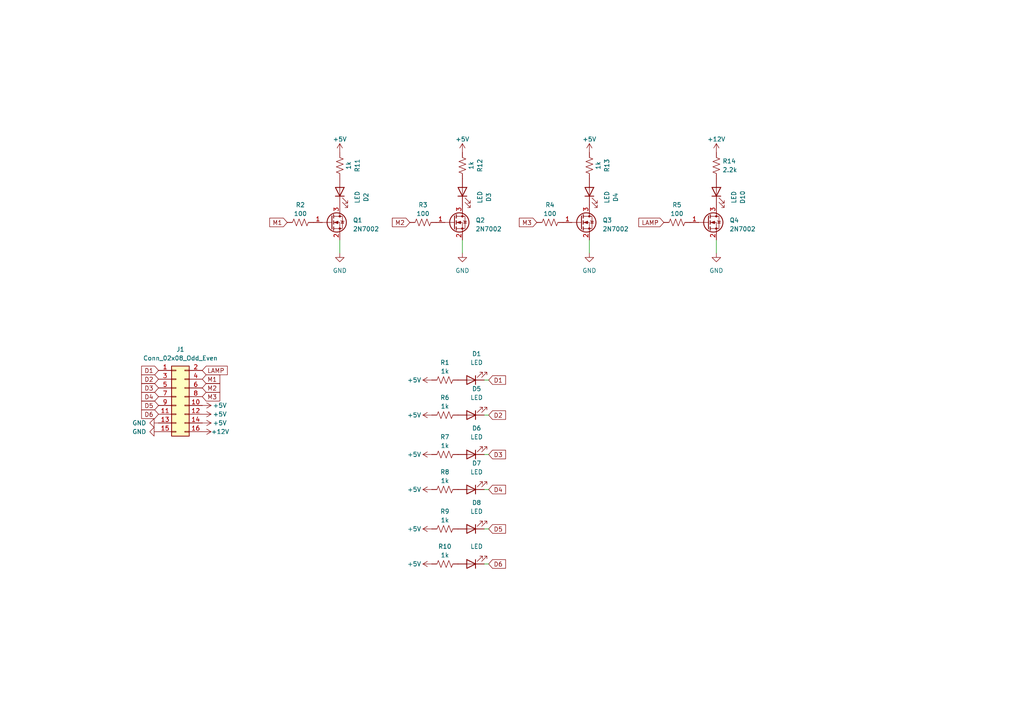
<source format=kicad_sch>
(kicad_sch (version 20230121) (generator eeschema)
  (paper "A4")
  (lib_symbols
    (symbol "4ms_Power:GND" (power) (pin_names (offset 0))
      (property "Value" "GND" (at 0 -3.81 0))
      (symbol "GND_0_1"
        (polyline (pts (xy 0 0) (xy 0 -1.27) (xy 1.27 -1.27) (xy 0 -2.54) (xy -1.27 -1.27) (xy 0 -1.27)))
      )
      (symbol "GND_1_1"
        (pin power_in line (at 0 0 270) (length 0) hide (name "GND") (number "1"))
      )
    )
    (symbol "Connector_Generic:Conn_02x08_Odd_Even" (pin_names (offset 1.016) hide)
      (property "Reference" "J" (at 1.27 10.16 0))
      (property "Value" "Conn_02x08_Odd_Even" (at 1.27 -12.7 0))
      (symbol "Conn_02x08_Odd_Even_1_1"
        (rectangle (start -1.27 -10.033) (end 0 -10.287) (stroke (width 0.1524)))
        (rectangle (start -1.27 -7.493) (end 0 -7.747) (stroke (width 0.1524)))
        (rectangle (start -1.27 -4.953) (end 0 -5.207) (stroke (width 0.1524)))
        (rectangle (start -1.27 -2.413) (end 0 -2.667) (stroke (width 0.1524)))
        (rectangle (start -1.27 0.127) (end 0 -0.127) (stroke (width 0.1524)))
        (rectangle (start -1.27 2.667) (end 0 2.413) (stroke (width 0.1524)))
        (rectangle (start -1.27 5.207) (end 0 4.953) (stroke (width 0.1524)))
        (rectangle (start -1.27 7.747) (end 0 7.493) (stroke (width 0.1524)))
        (rectangle (start -1.27 8.89) (end 3.81 -11.43) (stroke (width 0.254)) (fill (type background)))
        (rectangle (start 3.81 -10.033) (end 2.54 -10.287) (stroke (width 0.1524)))
        (rectangle (start 3.81 -7.493) (end 2.54 -7.747) (stroke (width 0.1524)))
        (rectangle (start 3.81 -4.953) (end 2.54 -5.207) (stroke (width 0.1524)))
        (rectangle (start 3.81 -2.413) (end 2.54 -2.667) (stroke (width 0.1524)))
        (rectangle (start 3.81 0.127) (end 2.54 -0.127) (stroke (width 0.1524)))
        (rectangle (start 3.81 2.667) (end 2.54 2.413) (stroke (width 0.1524)))
        (rectangle (start 3.81 5.207) (end 2.54 4.953) (stroke (width 0.1524)))
        (rectangle (start 3.81 7.747) (end 2.54 7.493) (stroke (width 0.1524)))
        (pin passive line (at -5.08 7.62 0) (length 3.81) (name "Pin_1") (number "1"))
        (pin passive line (at 7.62 -2.54 180) (length 3.81) (name "Pin_10") (number "10"))
        (pin passive line (at -5.08 -5.08 0) (length 3.81) (name "Pin_11") (number "11"))
        (pin passive line (at 7.62 -5.08 180) (length 3.81) (name "Pin_12") (number "12"))
        (pin passive line (at -5.08 -7.62 0) (length 3.81) (name "Pin_13") (number "13"))
        (pin passive line (at 7.62 -7.62 180) (length 3.81) (name "Pin_14") (number "14"))
        (pin passive line (at -5.08 -10.16 0) (length 3.81) (name "Pin_15") (number "15"))
        (pin passive line (at 7.62 -10.16 180) (length 3.81) (name "Pin_16") (number "16"))
        (pin passive line (at 7.62 7.62 180) (length 3.81) (name "Pin_2") (number "2"))
        (pin passive line (at -5.08 5.08 0) (length 3.81) (name "Pin_3") (number "3"))
        (pin passive line (at 7.62 5.08 180) (length 3.81) (name "Pin_4") (number "4"))
        (pin passive line (at -5.08 2.54 0) (length 3.81) (name "Pin_5") (number "5"))
        (pin passive line (at 7.62 2.54 180) (length 3.81) (name "Pin_6") (number "6"))
        (pin passive line (at -5.08 0 0) (length 3.81) (name "Pin_7") (number "7"))
        (pin passive line (at 7.62 0 180) (length 3.81) (name "Pin_8") (number "8"))
        (pin passive line (at -5.08 -2.54 0) (length 3.81) (name "Pin_9") (number "9"))
      )
    )
    (symbol "Device:LED" (pin_numbers hide) (pin_names (offset 1.016) hide)
      (property "Reference" "D" (at 0 2.54 0))
      (property "Value" "LED" (at 0 -2.54 0))
      (symbol "LED_0_1"
        (polyline (pts (xy -1.27 -1.27) (xy -1.27 1.27)) (stroke (width 0.254)))
        (polyline (pts (xy -1.27 0) (xy 1.27 0)))
        (polyline (pts (xy 1.27 -1.27) (xy 1.27 1.27) (xy -1.27 0) (xy 1.27 -1.27)) (stroke (width 0.254)))
        (polyline (pts (xy -3.048 -0.762) (xy -4.572 -2.286) (xy -3.81 -2.286) (xy -4.572 -2.286) (xy -4.572 -1.524)))
        (polyline (pts (xy -1.778 -0.762) (xy -3.302 -2.286) (xy -2.54 -2.286) (xy -3.302 -2.286) (xy -3.302 -1.524)))
      )
      (symbol "LED_1_1"
        (pin passive line (at -3.81 0 0) (length 2.54) (name "K") (number "1"))
        (pin passive line (at 3.81 0 180) (length 2.54) (name "A") (number "2"))
      )
    )
    (symbol "Device:R_US" (pin_numbers hide) (pin_names (offset 0))
      (property "Reference" "R" (at 2.54 0 90))
      (property "Value" "R_US" (at -2.54 0 90))
      (symbol "R_US_0_1"
        (polyline (pts (xy 0 -2.286) (xy 0 -2.54)))
        (polyline (pts (xy 0 2.286) (xy 0 2.54)))
        (polyline (pts (xy 0 -0.762) (xy 1.016 -1.143) (xy 0 -1.524) (xy -1.016 -1.905) (xy 0 -2.286)))
        (polyline (pts (xy 0 0.762) (xy 1.016 0.381) (xy 0 0) (xy -1.016 -0.381) (xy 0 -0.762)))
        (polyline (pts (xy 0 2.286) (xy 1.016 1.905) (xy 0 1.524) (xy -1.016 1.143) (xy 0 0.762)))
      )
      (symbol "R_US_1_1"
        (pin passive line (at 0 3.81 270) (length 1.27) (name "~") (number "1"))
        (pin passive line (at 0 -3.81 90) (length 1.27) (name "~") (number "2"))
      )
    )
    (symbol "Transistor_FET:2N7002" (pin_names hide)
      (property "Reference" "Q" (at 5.08 1.905 0))
      (property "Value" "2N7002" (at 5.08 0 0))
      (symbol "2N7002_0_1"
        (polyline (pts (xy 0.254 0) (xy -2.54 0)))
        (polyline (pts (xy 0.254 1.905) (xy 0.254 -1.905)) (stroke (width 0.254)))
        (polyline (pts (xy 0.762 -1.27) (xy 0.762 -2.286)) (stroke (width 0.254)))
        (polyline (pts (xy 0.762 0.508) (xy 0.762 -0.508)) (stroke (width 0.254)))
        (polyline (pts (xy 0.762 2.286) (xy 0.762 1.27)) (stroke (width 0.254)))
        (polyline (pts (xy 2.54 2.54) (xy 2.54 1.778)))
        (polyline (pts (xy 2.54 -2.54) (xy 2.54 0) (xy 0.762 0)))
        (polyline (pts (xy 0.762 -1.778) (xy 3.302 -1.778) (xy 3.302 1.778) (xy 0.762 1.778)))
        (polyline (pts (xy 1.016 0) (xy 2.032 0.381) (xy 2.032 -0.381) (xy 1.016 0)) (fill (type outline)))
        (polyline (pts (xy 2.794 0.508) (xy 2.921 0.381) (xy 3.683 0.381) (xy 3.81 0.254)))
        (polyline (pts (xy 3.302 0.381) (xy 2.921 -0.254) (xy 3.683 -0.254) (xy 3.302 0.381)))
        (circle (center 1.651 0) (radius 2.794) (stroke (width 0.254)))
        (circle (center 2.54 -1.778) (radius 0.254) (fill (type outline)))
        (circle (center 2.54 1.778) (radius 0.254) (fill (type outline)))
      )
      (symbol "2N7002_1_1"
        (pin input line (at -5.08 0 0) (length 2.54) (name "G") (number "1"))
        (pin passive line (at 2.54 -5.08 90) (length 2.54) (name "S") (number "2"))
        (pin passive line (at 2.54 5.08 270) (length 2.54) (name "D") (number "3"))
      )
    )
    (symbol "power:+12V" (power) (pin_names (offset 0))
      (property "Value" "+12V" (at 0 3.556 0))
      (symbol "+12V_0_1"
        (polyline (pts (xy -0.762 1.27) (xy 0 2.54)))
        (polyline (pts (xy 0 0) (xy 0 2.54)))
        (polyline (pts (xy 0 2.54) (xy 0.762 1.27)))
      )
      (symbol "+12V_1_1"
        (pin power_in line (at 0 0 90) (length 0) hide (name "+12V") (number "1"))
      )
    )
    (symbol "power:+5V" (power) (pin_names (offset 0))
      (property "Value" "+5V" (at 0 3.556 0))
      (symbol "+5V_0_1"
        (polyline (pts (xy -0.762 1.27) (xy 0 2.54)))
        (polyline (pts (xy 0 0) (xy 0 2.54)))
        (polyline (pts (xy 0 2.54) (xy 0.762 1.27)))
      )
      (symbol "+5V_1_1"
        (pin power_in line (at 0 0 90) (length 0) hide (name "+5V") (number "1"))
      )
    )
    (symbol "power:GND" (power) (pin_names (offset 0))
      (property "Value" "GND" (at 0 -3.81 0))
      (symbol "GND_0_1"
        (polyline (pts (xy 0 0) (xy 0 -1.27) (xy 1.27 -1.27) (xy 0 -2.54) (xy -1.27 -1.27) (xy 0 -1.27)))
      )
      (symbol "GND_1_1"
        (pin power_in line (at 0 0 270) (length 0) hide (name "GND") (number "1"))
      )
    )
  )
  (wire (pts (xy 98.552 69.596) (xy 98.552 73.406)))
  (wire (pts (xy 141.732 141.986) (xy 140.462 141.986)))
  (wire (pts (xy 141.732 153.416) (xy 140.462 153.416)))
  (wire (pts (xy 141.732 131.826) (xy 140.462 131.826)))
  (wire (pts (xy 134.112 69.596) (xy 134.112 73.406)))
  (wire (pts (xy 141.732 163.576) (xy 140.462 163.576)))
  (wire (pts (xy 141.732 110.236) (xy 140.462 110.236)))
  (wire (pts (xy 170.942 69.596) (xy 170.942 73.406)))
  (wire (pts (xy 141.732 120.396) (xy 140.462 120.396)))
  (wire (pts (xy 207.772 69.596) (xy 207.772 73.406)))
  (global_label "D3" (shape input) (at 45.974 112.522 180) (property "Intersheetrefs" "${INTERSHEET_REFS}" (effects hide)))
  (global_label "D1" (shape input) (at 45.974 107.442 180) (property "Intersheetrefs" "${INTERSHEET_REFS}" (effects hide)))
  (global_label "D2" (shape input) (at 141.732 120.396 0) (property "Intersheetrefs" "${INTERSHEET_REFS}" (effects hide)))
  (global_label "M1" (shape input) (at 83.312 64.516 180) (property "Intersheetrefs" "${INTERSHEET_REFS}" (effects hide)))
  (global_label "D2" (shape input) (at 45.974 109.982 180) (property "Intersheetrefs" "${INTERSHEET_REFS}" (effects hide)))
  (global_label "D1" (shape input) (at 141.732 110.236 0) (property "Intersheetrefs" "${INTERSHEET_REFS}" (effects hide)))
  (global_label "M3" (shape input) (at 58.674 115.062 0) (property "Intersheetrefs" "${INTERSHEET_REFS}" (effects hide)))
  (global_label "M2" (shape input) (at 118.872 64.516 180) (property "Intersheetrefs" "${INTERSHEET_REFS}" (effects hide)))
  (global_label "D4" (shape input) (at 45.974 115.062 180) (property "Intersheetrefs" "${INTERSHEET_REFS}" (effects hide)))
  (global_label "D6" (shape input) (at 45.974 120.142 180) (property "Intersheetrefs" "${INTERSHEET_REFS}" (effects hide)))
  (global_label "D4" (shape input) (at 141.732 141.986 0) (property "Intersheetrefs" "${INTERSHEET_REFS}" (effects hide)))
  (global_label "D5" (shape input) (at 45.974 117.602 180) (property "Intersheetrefs" "${INTERSHEET_REFS}" (effects hide)))
  (global_label "LAMP" (shape input) (at 192.532 64.516 180) (property "Intersheetrefs" "${INTERSHEET_REFS}" (effects hide)))
  (global_label "LAMP" (shape input) (at 58.674 107.442 0) (property "Intersheetrefs" "${INTERSHEET_REFS}" (effects hide)))
  (global_label "D3" (shape input) (at 141.732 131.826 0) (property "Intersheetrefs" "${INTERSHEET_REFS}" (effects hide)))
  (global_label "D6" (shape input) (at 141.732 163.576 0) (property "Intersheetrefs" "${INTERSHEET_REFS}" (effects hide)))
  (global_label "M2" (shape input) (at 58.674 112.522 0) (property "Intersheetrefs" "${INTERSHEET_REFS}" (effects hide)))
  (global_label "M3" (shape input) (at 155.702 64.516 180) (property "Intersheetrefs" "${INTERSHEET_REFS}" (effects hide)))
  (global_label "M1" (shape input) (at 58.674 109.982 0) (property "Intersheetrefs" "${INTERSHEET_REFS}" (effects hide)))
  (global_label "D5" (shape input) (at 141.732 153.416 0) (property "Intersheetrefs" "${INTERSHEET_REFS}" (effects hide)))
  (symbol (lib_id "Device:R_US") (at 122.682 64.516 90) (unit 1)
    (property "Reference" "R3" (at 122.682 59.436 90))
    (property "Value" "100" (at 122.682 61.976 90))
    (property "Footprint" "Resistor_SMD:R_0603_1608Metric" (effects hide))
  )
  (symbol (lib_id "Device:LED") (at 207.772 55.626 90) (unit 1)
    (property "Reference" "D10" (at 215.392 57.2135 0))
    (property "Value" "LED" (at 212.852 57.2135 0))
    (property "Footprint" "LED_SMD:LED_0603_1608Metric" (effects hide))
  )
  (symbol (lib_id "Connector_Generic:Conn_02x08_Odd_Even") (at 51.054 115.062 0) (unit 1)
    (property "Reference" "J1" (at 52.324 101.346 0))
    (property "Value" "Conn_02x08_Odd_Even" (at 52.324 103.886 0))
    (property "Footprint" "Connector_PinSocket_2.54mm:PinSocket_2x08_P2.54mm_Vertical_SMD" (effects hide))
  )
  (symbol (lib_id "power:+5V") (at 125.222 163.576 90) (unit 1)
    (property "Reference" "#PWR020" (effects hide))
    (property "Value" "+5V" (at 120.142 163.576 90))
  )
  (symbol (lib_id "power:+5V") (at 125.222 141.986 90) (unit 1)
    (property "Reference" "#PWR018" (effects hide))
    (property "Value" "+5V" (at 120.142 141.986 90))
  )
  (symbol (lib_id "Device:LED") (at 170.942 55.626 90) (unit 1)
    (property "Reference" "D4" (at 178.562 57.2135 0))
    (property "Value" "LED" (at 176.022 57.2135 0))
    (property "Footprint" "LED_SMD:LED_0603_1608Metric" (effects hide))
  )
  (symbol (lib_id "Transistor_FET:2N7002") (at 168.402 64.516 0) (unit 1)
    (property "Reference" "Q3" (at 174.752 63.881 0) (effects (justify left)))
    (property "Value" "2N7002" (at 174.752 66.421 0) (effects (justify left)))
    (property "Footprint" "Package_TO_SOT_SMD:SOT-23" (effects hide))
    (property "Datasheet" "https://www.onsemi.com/pub/Collateral/NDS7002A-D.PDF" (effects hide))
  )
  (symbol (lib_id "power:+5V") (at 125.222 153.416 90) (unit 1)
    (property "Reference" "#PWR019" (effects hide))
    (property "Value" "+5V" (at 120.142 153.416 90))
  )
  (symbol (lib_id "power:GND") (at 207.772 73.406 0) (unit 1)
    (property "Reference" "#PWR08" (effects hide))
    (property "Value" "GND" (at 207.772 78.486 0))
  )
  (symbol (lib_id "Device:R_US") (at 159.512 64.516 90) (unit 1)
    (property "Reference" "R4" (at 159.512 59.436 90))
    (property "Value" "100" (at 159.512 61.976 90))
    (property "Footprint" "Resistor_SMD:R_0603_1608Metric" (effects hide))
  )
  (symbol (lib_id "power:GND") (at 134.112 73.406 0) (unit 1)
    (property "Reference" "#PWR06" (effects hide))
    (property "Value" "GND" (at 134.112 78.486 0))
  )
  (symbol (lib_id "Device:LED") (at 136.652 131.826 180) (unit 1)
    (property "Reference" "D6" (at 138.2395 124.206 0))
    (property "Value" "LED" (at 138.2395 126.746 0))
    (property "Footprint" "LED_SMD:LED_0603_1608Metric" (effects hide))
  )
  (symbol (lib_id "power:+5V") (at 170.942 44.196 0) (unit 1)
    (property "Reference" "#PWR03" (effects hide))
    (property "Value" "+5V" (at 170.942 40.386 0))
  )
  (symbol (lib_id "Device:R_US") (at 129.032 131.826 90) (unit 1)
    (property "Reference" "R7" (at 129.032 126.746 90))
    (property "Value" "1k" (at 129.032 129.286 90))
    (property "Footprint" "Resistor_SMD:R_0603_1608Metric" (effects hide))
  )
  (symbol (lib_id "power:+12V") (at 58.674 125.222 270) (unit 1)
    (property "Reference" "#PWR014" (effects hide))
    (property "Value" "+12V" (at 61.214 125.222 90) (effects (justify left)))
  )
  (symbol (lib_id "Device:R_US") (at 129.032 110.236 90) (unit 1)
    (property "Reference" "R1" (at 129.032 105.156 90))
    (property "Value" "1k" (at 129.032 107.696 90))
    (property "Footprint" "Resistor_SMD:R_0603_1608Metric" (effects hide))
  )
  (symbol (lib_id "Device:LED") (at 136.652 141.986 180) (unit 1)
    (property "Reference" "D7" (at 138.2395 134.366 0))
    (property "Value" "LED" (at 138.2395 136.906 0))
    (property "Footprint" "LED_SMD:LED_0603_1608Metric" (effects hide))
  )
  (symbol (lib_id "Device:R_US") (at 98.552 48.006 0) (unit 1)
    (property "Reference" "R11" (at 103.632 48.006 90))
    (property "Value" "1k" (at 101.092 48.006 90))
    (property "Footprint" "Resistor_SMD:R_0603_1608Metric" (effects hide))
  )
  (symbol (lib_id "Device:LED") (at 136.652 153.416 180) (unit 1)
    (property "Reference" "D8" (at 138.2395 145.796 0))
    (property "Value" "LED" (at 138.2395 148.336 0))
    (property "Footprint" "LED_SMD:LED_0603_1608Metric" (effects hide))
  )
  (symbol (lib_id "Device:LED") (at 134.112 55.626 90) (unit 1)
    (property "Reference" "D3" (at 141.732 57.2135 0))
    (property "Value" "LED" (at 139.192 57.2135 0))
    (property "Footprint" "LED_SMD:LED_0603_1608Metric" (effects hide))
  )
  (symbol (lib_id "Device:R_US") (at 129.032 163.576 90) (unit 1)
    (property "Reference" "R10" (at 129.032 158.496 90))
    (property "Value" "1k" (at 129.032 161.036 90))
    (property "Footprint" "Resistor_SMD:R_0603_1608Metric" (effects hide))
  )
  (symbol (lib_id "Device:R_US") (at 129.032 120.396 90) (unit 1)
    (property "Reference" "R6" (at 129.032 115.316 90))
    (property "Value" "1k" (at 129.032 117.856 90))
    (property "Footprint" "Resistor_SMD:R_0603_1608Metric" (effects hide))
  )
  (symbol (lib_id "Transistor_FET:2N7002") (at 96.012 64.516 0) (unit 1)
    (property "Reference" "Q1" (at 102.362 63.881 0) (effects (justify left)))
    (property "Value" "2N7002" (at 102.362 66.421 0) (effects (justify left)))
    (property "Footprint" "Package_TO_SOT_SMD:SOT-23" (effects hide))
    (property "Datasheet" "https://www.onsemi.com/pub/Collateral/NDS7002A-D.PDF" (effects hide))
  )
  (symbol (lib_id "Device:LED") (at 98.552 55.626 90) (unit 1)
    (property "Reference" "D2" (at 106.172 57.2135 0))
    (property "Value" "LED" (at 103.632 57.2135 0))
    (property "Footprint" "LED_SMD:LED_0603_1608Metric" (effects hide))
  )
  (symbol (lib_id "Device:R_US") (at 207.772 48.006 0) (unit 1)
    (property "Reference" "R14" (at 209.55 46.736 0) (effects (justify left)))
    (property "Value" "2.2k" (at 209.55 49.276 0) (effects (justify left)))
    (property "Footprint" "Resistor_SMD:R_0603_1608Metric" (effects hide))
  )
  (symbol (lib_id "power:+5V") (at 98.552 44.196 0) (unit 1)
    (property "Reference" "#PWR01" (effects hide))
    (property "Value" "+5V" (at 98.552 40.386 0))
  )
  (symbol (lib_id "power:+5V") (at 58.674 122.682 270) (unit 1)
    (property "Reference" "#PWR012" (effects hide))
    (property "Value" "+5V" (at 63.754 122.682 90))
  )
  (symbol (lib_id "power:+5V") (at 125.222 120.396 90) (unit 1)
    (property "Reference" "#PWR016" (effects hide))
    (property "Value" "+5V" (at 120.142 120.396 90))
  )
  (symbol (lib_id "power:+5V") (at 125.222 110.236 90) (unit 1)
    (property "Reference" "#PWR015" (effects hide))
    (property "Value" "+5V" (at 120.142 110.236 90))
  )
  (symbol (lib_id "Device:LED") (at 136.652 110.236 180) (unit 1)
    (property "Reference" "D1" (at 138.2395 102.616 0))
    (property "Value" "LED" (at 138.2395 105.156 0))
    (property "Footprint" "LED_SMD:LED_0603_1608Metric" (effects hide))
  )
  (symbol (lib_id "Device:R_US") (at 129.032 141.986 90) (unit 1)
    (property "Reference" "R8" (at 129.032 136.906 90))
    (property "Value" "1k" (at 129.032 139.446 90))
    (property "Footprint" "Resistor_SMD:R_0603_1608Metric" (effects hide))
  )
  (symbol (lib_id "4ms_Power:GND") (at 45.974 125.222 270) (unit 1)
    (property "Reference" "#PWR013" (effects hide))
    (property "Value" "GND" (at 38.354 125.222 90) (effects (justify left)))
  )
  (symbol (lib_id "Device:R_US") (at 87.122 64.516 90) (unit 1)
    (property "Reference" "R2" (at 87.122 59.436 90))
    (property "Value" "100" (at 87.122 61.976 90))
    (property "Footprint" "Resistor_SMD:R_0603_1608Metric" (effects hide))
  )
  (symbol (lib_id "power:GND") (at 98.552 73.406 0) (unit 1)
    (property "Reference" "#PWR05" (effects hide))
    (property "Value" "GND" (at 98.552 78.486 0))
  )
  (symbol (lib_id "Device:R_US") (at 170.942 48.006 0) (unit 1)
    (property "Reference" "R13" (at 176.022 48.006 90))
    (property "Value" "1k" (at 173.482 48.006 90))
    (property "Footprint" "Resistor_SMD:R_0603_1608Metric" (effects hide))
  )
  (symbol (lib_id "4ms_Power:GND") (at 45.974 122.682 270) (unit 1)
    (property "Reference" "#PWR011" (effects hide))
    (property "Value" "GND" (at 38.354 122.682 90) (effects (justify left)))
  )
  (symbol (lib_id "power:+5V") (at 134.112 44.196 0) (unit 1)
    (property "Reference" "#PWR02" (effects hide))
    (property "Value" "+5V" (at 134.112 40.386 0))
  )
  (symbol (lib_id "power:+12V") (at 207.772 44.196 0) (unit 1)
    (property "Reference" "#PWR04" (effects hide))
    (property "Value" "+12V" (at 207.772 40.386 0))
  )
  (symbol (lib_id "Device:R_US") (at 129.032 153.416 90) (unit 1)
    (property "Reference" "R9" (at 129.032 148.336 90))
    (property "Value" "1k" (at 129.032 150.876 90))
    (property "Footprint" "Resistor_SMD:R_0603_1608Metric" (effects hide))
  )
  (symbol (lib_id "power:+5V") (at 58.674 120.142 270) (unit 1)
    (property "Reference" "#PWR010" (effects hide))
    (property "Value" "+5V" (at 63.754 120.142 90))
  )
  (symbol (lib_id "power:GND") (at 170.942 73.406 0) (unit 1)
    (property "Reference" "#PWR07" (effects hide))
    (property "Value" "GND" (at 170.942 78.486 0))
  )
  (symbol (lib_id "Device:R_US") (at 134.112 48.006 0) (unit 1)
    (property "Reference" "R12" (at 139.192 48.006 90))
    (property "Value" "1k" (at 136.652 48.006 90))
    (property "Footprint" "Resistor_SMD:R_0603_1608Metric" (effects hide))
  )
  (symbol (lib_id "power:+5V") (at 58.674 117.602 270) (unit 1)
    (property "Reference" "#PWR09" (effects hide))
    (property "Value" "+5V" (at 63.754 117.602 90))
  )
  (symbol (lib_id "Device:LED") (at 136.652 163.576 180) (unit 1)
    (property "Reference" "D9" (effects hide))
    (property "Value" "LED" (at 138.2395 158.496 0))
    (property "Footprint" "LED_SMD:LED_0603_1608Metric" (effects hide))
  )
  (symbol (lib_id "Device:R_US") (at 196.342 64.516 90) (unit 1)
    (property "Reference" "R5" (at 196.342 59.436 90))
    (property "Value" "100" (at 196.342 61.976 90))
    (property "Footprint" "Resistor_SMD:R_0603_1608Metric" (effects hide))
  )
  (symbol (lib_id "power:+5V") (at 125.222 131.826 90) (unit 1)
    (property "Reference" "#PWR017" (effects hide))
    (property "Value" "+5V" (at 120.142 131.826 90))
  )
  (symbol (lib_id "Device:LED") (at 136.652 120.396 180) (unit 1)
    (property "Reference" "D5" (at 138.2395 112.776 0))
    (property "Value" "LED" (at 138.2395 115.316 0))
    (property "Footprint" "LED_SMD:LED_0603_1608Metric" (effects hide))
  )
  (symbol (lib_id "Transistor_FET:2N7002") (at 131.572 64.516 0) (unit 1)
    (property "Reference" "Q2" (at 137.922 63.881 0) (effects (justify left)))
    (property "Value" "2N7002" (at 137.922 66.421 0) (effects (justify left)))
    (property "Footprint" "Package_TO_SOT_SMD:SOT-23" (effects hide))
    (property "Datasheet" "https://www.onsemi.com/pub/Collateral/NDS7002A-D.PDF" (effects hide))
  )
  (symbol (lib_id "Transistor_FET:2N7002") (at 205.232 64.516 0) (unit 1)
    (property "Reference" "Q4" (at 211.582 63.881 0) (effects (justify left)))
    (property "Value" "2N7002" (at 211.582 66.421 0) (effects (justify left)))
    (property "Footprint" "Package_TO_SOT_SMD:SOT-23" (effects hide))
    (property "Datasheet" "https://www.onsemi.com/pub/Collateral/NDS7002A-D.PDF" (effects hide))
  )
)
</source>
